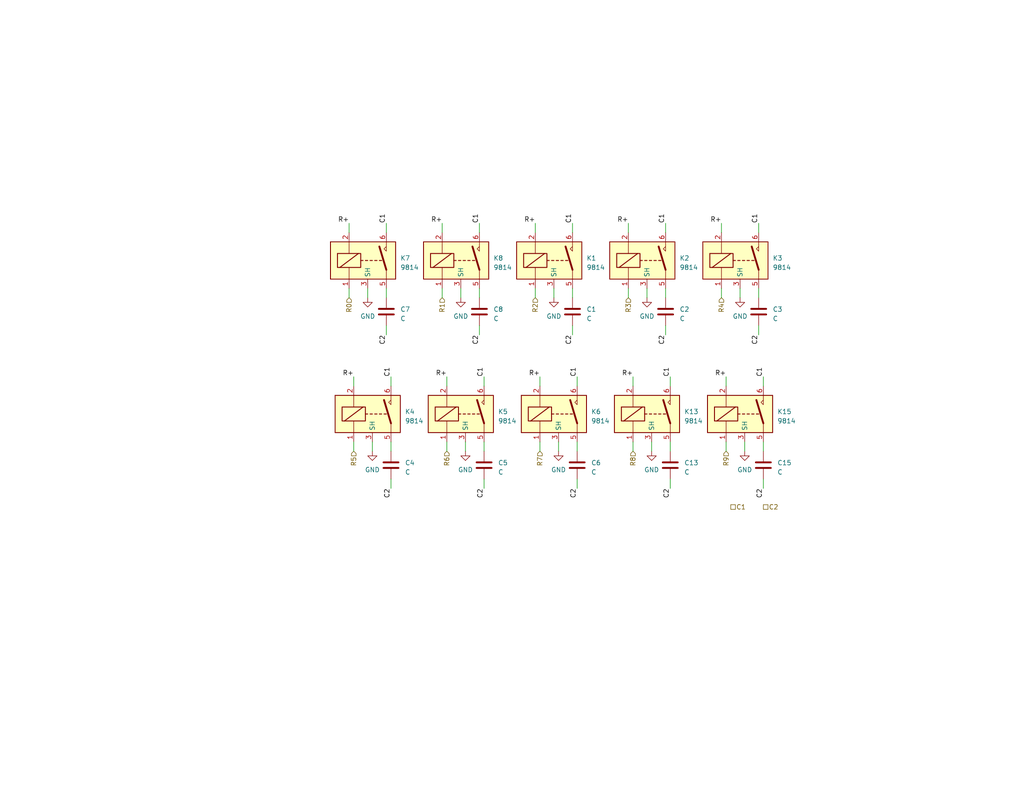
<source format=kicad_sch>
(kicad_sch (version 20230121) (generator eeschema)
  (paper "USLetter")
  (title_block (title "Magic Tuner") (date "2024-05-17") (rev "1") (company "Micro/NanoFluidics BioMEMS Group") (comment 1 "Designed by Hans Gaensbauer"))
  (lib_symbols
    (symbol "BioMEMS:9814-05-00TR"
      (property "Reference" "K" (at 8.89 3.81 0))
      (property "Value" "9814 " (at 8.89 1.27 0))
      (symbol "9814-05-00TR_0_0"
        (polyline (pts (xy 5.08 5.08) (xy 5.08 2.54) (xy 4.445 3.175) (xy 5.08 3.81)))
      )
      (symbol "9814-05-00TR_0_1"
        (rectangle (start -10.16 5.08) (end 7.62 -5.08) (stroke (width 0.254)) (fill (type background)))
        (rectangle (start -8.255 1.905) (end -1.905 -1.905) (stroke (width 0.254)))
        (polyline (pts (xy -7.62 -1.905) (xy -2.54 1.905)) (stroke (width 0.254)))
        (polyline (pts (xy -5.08 -5.08) (xy -5.08 -1.905)))
        (polyline (pts (xy -5.08 5.08) (xy -5.08 1.905)))
        (polyline (pts (xy -1.905 0) (xy -1.27 0)) (stroke (width 0.254)))
        (polyline (pts (xy -0.635 0) (xy 0 0)) (stroke (width 0.254)))
        (polyline (pts (xy 0.635 0) (xy 1.27 0)) (stroke (width 0.254)))
        (polyline (pts (xy 1.905 0) (xy 2.54 0)) (stroke (width 0.254)))
        (polyline (pts (xy 3.175 0) (xy 3.81 0)) (stroke (width 0.254)))
        (polyline (pts (xy 5.08 -2.54) (xy 3.175 3.81)) (stroke (width 0.508)))
        (polyline (pts (xy 5.08 -2.54) (xy 5.08 -5.08)))
      )
      (symbol "9814-05-00TR_1_1"
        (pin passive line (at -5.08 -7.62 90) (length 2.54) (name "~") (number "1"))
        (pin passive line (at -5.08 7.62 270) (length 2.54) (name "~") (number "2"))
        (pin passive line (at 0 -7.62 90) (length 2.54) (name "SH") (number "3"))
        (pin passive line (at 0 -7.62 0) (length 0) hide (name "~") (number "4"))
        (pin passive line (at 5.08 -7.62 90) (length 2.54) (name "~") (number "5"))
        (pin passive line (at 5.08 7.62 270) (length 2.54) (name "~") (number "6"))
        (pin passive line (at 0 -7.62 0) (length 0) hide (name "~") (number "7"))
        (pin passive line (at 0 -7.62 0) (length 0) hide (name "~") (number "8"))
      )
    )
    (symbol "Device:C" (pin_numbers hide) (pin_names (offset 0.254))
      (property "Reference" "C" (at 0.635 2.54 0))
      (property "Value" "C" (at 0.635 -2.54 0))
      (symbol "C_0_1"
        (polyline (pts (xy -2.032 -0.762) (xy 2.032 -0.762)) (stroke (width 0.508)))
        (polyline (pts (xy -2.032 0.762) (xy 2.032 0.762)) (stroke (width 0.508)))
      )
      (symbol "C_1_1"
        (pin passive line (at 0 3.81 270) (length 2.794) (name "~") (number "1"))
        (pin passive line (at 0 -3.81 90) (length 2.794) (name "~") (number "2"))
      )
    )
    (symbol "power:GND" (power) (pin_names (offset 0))
      (property "Value" "GND" (at 0 -3.81 0))
      (symbol "GND_0_1"
        (polyline (pts (xy 0 0) (xy 0 -1.27) (xy 1.27 -1.27) (xy 0 -2.54) (xy -1.27 -1.27) (xy 0 -1.27)))
      )
      (symbol "GND_1_1"
        (pin power_in line (at 0 0 270) (length 0) hide (name "GND") (number "1"))
      )
    )
  )
  (wire (pts (xy 181.61 78.74) (xy 181.61 81.28)))
  (wire (pts (xy 121.92 120.65) (xy 121.92 123.19)))
  (wire (pts (xy 203.2 120.65) (xy 203.2 123.19)))
  (wire (pts (xy 156.21 60.96) (xy 156.21 63.5)))
  (wire (pts (xy 132.08 133.35) (xy 132.08 130.81)))
  (wire (pts (xy 156.21 91.44) (xy 156.21 88.9)))
  (wire (pts (xy 207.01 78.74) (xy 207.01 81.28)))
  (wire (pts (xy 106.68 120.65) (xy 106.68 123.19)))
  (wire (pts (xy 157.48 120.65) (xy 157.48 123.19)))
  (wire (pts (xy 208.28 102.87) (xy 208.28 105.41)))
  (wire (pts (xy 207.01 91.44) (xy 207.01 88.9)))
  (wire (pts (xy 181.61 60.96) (xy 181.61 63.5)))
  (wire (pts (xy 207.01 60.96) (xy 207.01 63.5)))
  (wire (pts (xy 147.32 102.87) (xy 147.32 105.41)))
  (wire (pts (xy 201.93 78.74) (xy 201.93 81.28)))
  (wire (pts (xy 157.48 102.87) (xy 157.48 105.41)))
  (wire (pts (xy 198.12 120.65) (xy 198.12 123.19)))
  (wire (pts (xy 177.8 120.65) (xy 177.8 123.19)))
  (wire (pts (xy 176.53 78.74) (xy 176.53 81.28)))
  (wire (pts (xy 105.41 60.96) (xy 105.41 63.5)))
  (wire (pts (xy 182.88 133.35) (xy 182.88 130.81)))
  (wire (pts (xy 208.28 120.65) (xy 208.28 123.19)))
  (wire (pts (xy 127 120.65) (xy 127 123.19)))
  (wire (pts (xy 96.52 120.65) (xy 96.52 123.19)))
  (wire (pts (xy 146.05 78.74) (xy 146.05 81.28)))
  (wire (pts (xy 121.92 102.87) (xy 121.92 105.41)))
  (wire (pts (xy 105.41 91.44) (xy 105.41 88.9)))
  (wire (pts (xy 157.48 133.35) (xy 157.48 130.81)))
  (wire (pts (xy 100.33 78.74) (xy 100.33 81.28)))
  (wire (pts (xy 101.6 120.65) (xy 101.6 123.19)))
  (wire (pts (xy 130.81 91.44) (xy 130.81 88.9)))
  (wire (pts (xy 146.05 60.96) (xy 146.05 63.5)))
  (wire (pts (xy 130.81 60.96) (xy 130.81 63.5)))
  (wire (pts (xy 130.81 78.74) (xy 130.81 81.28)))
  (wire (pts (xy 172.72 120.65) (xy 172.72 123.19)))
  (wire (pts (xy 147.32 120.65) (xy 147.32 123.19)))
  (wire (pts (xy 120.65 60.96) (xy 120.65 63.5)))
  (wire (pts (xy 96.52 102.87) (xy 96.52 105.41)))
  (wire (pts (xy 105.41 78.74) (xy 105.41 81.28)))
  (wire (pts (xy 151.13 78.74) (xy 151.13 81.28)))
  (wire (pts (xy 182.88 120.65) (xy 182.88 123.19)))
  (wire (pts (xy 208.28 133.35) (xy 208.28 130.81)))
  (wire (pts (xy 132.08 120.65) (xy 132.08 123.19)))
  (wire (pts (xy 156.21 78.74) (xy 156.21 81.28)))
  (wire (pts (xy 95.25 78.74) (xy 95.25 81.28)))
  (wire (pts (xy 120.65 78.74) (xy 120.65 81.28)))
  (wire (pts (xy 172.72 102.87) (xy 172.72 105.41)))
  (wire (pts (xy 198.12 102.87) (xy 198.12 105.41)))
  (wire (pts (xy 181.61 91.44) (xy 181.61 88.9)))
  (wire (pts (xy 171.45 78.74) (xy 171.45 81.28)))
  (wire (pts (xy 182.88 102.87) (xy 182.88 105.41)))
  (wire (pts (xy 152.4 120.65) (xy 152.4 123.19)))
  (wire (pts (xy 171.45 60.96) (xy 171.45 63.5)))
  (wire (pts (xy 95.25 60.96) (xy 95.25 63.5)))
  (wire (pts (xy 125.73 78.74) (xy 125.73 81.28)))
  (wire (pts (xy 196.85 60.96) (xy 196.85 63.5)))
  (wire (pts (xy 106.68 133.35) (xy 106.68 130.81)))
  (wire (pts (xy 196.85 78.74) (xy 196.85 81.28)))
  (wire (pts (xy 132.08 102.87) (xy 132.08 105.41)))
  (wire (pts (xy 106.68 102.87) (xy 106.68 105.41)))
  (label "R+" (at 95.25 60.96 180))
  (label "R+" (at 120.65 60.96 180))
  (label "R+" (at 147.32 102.87 180))
  (label "C2" (at 156.21 91.44 270))
  (label "C1" (at 105.41 60.96 90))
  (label "C1" (at 182.88 102.87 90))
  (label "R+" (at 196.85 60.96 180))
  (label "C1" (at 106.68 102.87 90))
  (label "C2" (at 157.48 133.35 270))
  (label "R+" (at 146.05 60.96 180))
  (label "C2" (at 130.81 91.44 270))
  (label "C1" (at 207.01 60.96 90))
  (label "C1" (at 130.81 60.96 90))
  (label "C2" (at 207.01 91.44 270))
  (label "C1" (at 181.61 60.96 90))
  (label "R+" (at 172.72 102.87 180))
  (label "C1" (at 132.08 102.87 90))
  (label "C1" (at 208.28 102.87 90))
  (label "C2" (at 106.68 133.35 270))
  (label "C2" (at 181.61 91.44 270))
  (label "C2" (at 182.88 133.35 270))
  (label "C2" (at 208.28 133.35 270))
  (label "C1" (at 157.48 102.87 90))
  (label "R+" (at 198.12 102.87 180))
  (label "R+" (at 96.52 102.87 180))
  (label "R+" (at 121.92 102.87 180))
  (label "C1" (at 156.21 60.96 90))
  (label "C2" (at 132.08 133.35 270))
  (label "R+" (at 171.45 60.96 180))
  (label "C2" (at 105.41 91.44 270))
  (hierarchical_label "R8" (shape input) (at 172.72 123.19 270))
  (hierarchical_label "R7" (shape input) (at 147.32 123.19 270))
  (hierarchical_label "R2" (shape input) (at 146.05 81.28 270))
  (hierarchical_label "R9" (shape input) (at 198.12 123.19 270))
  (hierarchical_label "R0" (shape input) (at 95.25 81.28 270))
  (hierarchical_label "C1" (shape passive) (at 199.39 138.43 0))
  (hierarchical_label "R5" (shape input) (at 96.52 123.19 270))
  (hierarchical_label "R1" (shape input) (at 120.65 81.28 270))
  (hierarchical_label "R4" (shape input) (at 196.85 81.28 270))
  (hierarchical_label "C2" (shape passive) (at 208.28 138.43 0))
  (hierarchical_label "R6" (shape input) (at 121.92 123.19 270))
  (hierarchical_label "R3" (shape input) (at 171.45 81.28 270))
  (symbol (lib_id "Device:C") (at 181.61 85.09 0) (unit 1)
    (property "Reference" "C2" (at 185.42 84.455 0) (effects (justify left)))
    (property "Value" "C" (at 185.42 86.995 0) (effects (justify left)))
    (instances (project "magic-tuner" (path "" (reference "C2") (unit 1)) (path "" (reference "C12") (unit 1))))
  )
  (symbol (lib_id "BioMEMS:9814-05-00TR") (at 100.33 71.12 0) (unit 1)
    (property "Reference" "K7" (at 109.22 70.485 0) (effects (justify left)))
    (property "Value" "9814 " (at 109.22 73.025 0) (effects (justify left)))
    (property "Footprint" "BioMEMS:9814_Reed_Relay" (effects hide))
    (property "Datasheet" "https://cotorelay.com/product/9814-9852-surface-mount-reed-relays/" (effects hide))
    (instances (project "magic-tuner" (path "" (reference "K7") (unit 1)) (path "" (reference "K9") (unit 1))))
  )
  (symbol (lib_id "BioMEMS:9814-05-00TR") (at 177.8 113.03 0) (unit 1)
    (property "Reference" "K13" (at 186.69 112.395 0) (effects (justify left)))
    (property "Value" "9814 " (at 186.69 114.935 0) (effects (justify left)))
    (property "Footprint" "BioMEMS:9814_Reed_Relay" (effects hide))
    (property "Datasheet" "https://cotorelay.com/product/9814-9852-surface-mount-reed-relays/" (effects hide))
    (instances (project "magic-tuner" (path "" (reference "K13") (unit 1)) (path "" (reference "K19") (unit 1))))
  )
  (symbol (lib_id "BioMEMS:9814-05-00TR") (at 151.13 71.12 0) (unit 1)
    (property "Reference" "K1" (at 160.02 70.485 0) (effects (justify left)))
    (property "Value" "9814 " (at 160.02 73.025 0) (effects (justify left)))
    (property "Footprint" "BioMEMS:9814_Reed_Relay" (effects hide))
    (property "Datasheet" "https://cotorelay.com/product/9814-9852-surface-mount-reed-relays/" (effects hide))
    (instances (project "magic-tuner" (path "" (reference "K1") (unit 1)) (path "" (reference "K11") (unit 1))))
  )
  (symbol (lib_id "power:GND") (at 101.6 123.19 0) (unit 1)
    (property "Reference" "#PWR09" (effects hide))
    (property "Value" "GND" (at 101.6 128.27 0))
    (instances (project "magic-tuner" (path "" (reference "#PWR09") (unit 1)) (path "" (reference "#PWR021") (unit 1))))
  )
  (symbol (lib_id "power:GND") (at 100.33 81.28 0) (unit 1)
    (property "Reference" "#PWR012" (effects hide))
    (property "Value" "GND" (at 100.33 86.36 0))
    (instances (project "magic-tuner" (path "" (reference "#PWR012") (unit 1)) (path "" (reference "#PWR014") (unit 1))))
  )
  (symbol (lib_id "Device:C") (at 207.01 85.09 0) (unit 1)
    (property "Reference" "C3" (at 210.82 84.455 0) (effects (justify left)))
    (property "Value" "C" (at 210.82 86.995 0) (effects (justify left)))
    (instances (project "magic-tuner" (path "" (reference "C3") (unit 1)) (path "" (reference "C14") (unit 1))))
  )
  (symbol (lib_id "Device:C") (at 132.08 127 0) (unit 1)
    (property "Reference" "C5" (at 135.89 126.365 0) (effects (justify left)))
    (property "Value" "C" (at 135.89 128.905 0) (effects (justify left)))
    (instances (project "magic-tuner" (path "" (reference "C5") (unit 1)) (path "" (reference "C17") (unit 1))))
  )
  (symbol (lib_id "power:GND") (at 152.4 123.19 0) (unit 1)
    (property "Reference" "#PWR011" (effects hide))
    (property "Value" "GND" (at 152.4 128.27 0))
    (instances (project "magic-tuner" (path "" (reference "#PWR011") (unit 1)) (path "" (reference "#PWR023") (unit 1))))
  )
  (symbol (lib_id "power:GND") (at 203.2 123.19 0) (unit 1)
    (property "Reference" "#PWR020" (effects hide))
    (property "Value" "GND" (at 203.2 128.27 0))
    (instances (project "magic-tuner" (path "" (reference "#PWR020") (unit 1)) (path "" (reference "#PWR025") (unit 1))))
  )
  (symbol (lib_id "power:GND") (at 127 123.19 0) (unit 1)
    (property "Reference" "#PWR010" (effects hide))
    (property "Value" "GND" (at 127 128.27 0))
    (instances (project "magic-tuner" (path "" (reference "#PWR010") (unit 1)) (path "" (reference "#PWR022") (unit 1))))
  )
  (symbol (lib_id "Device:C") (at 182.88 127 0) (unit 1)
    (property "Reference" "C13" (at 186.69 126.365 0) (effects (justify left)))
    (property "Value" "C" (at 186.69 128.905 0) (effects (justify left)))
    (instances (project "magic-tuner" (path "" (reference "C13") (unit 1)) (path "" (reference "C19") (unit 1))))
  )
  (symbol (lib_id "power:GND") (at 177.8 123.19 0) (unit 1)
    (property "Reference" "#PWR018" (effects hide))
    (property "Value" "GND" (at 177.8 128.27 0))
    (instances (project "magic-tuner" (path "" (reference "#PWR018") (unit 1)) (path "" (reference "#PWR024") (unit 1))))
  )
  (symbol (lib_id "Device:C") (at 106.68 127 0) (unit 1)
    (property "Reference" "C4" (at 110.49 126.365 0) (effects (justify left)))
    (property "Value" "C" (at 110.49 128.905 0) (effects (justify left)))
    (instances (project "magic-tuner" (path "" (reference "C4") (unit 1)) (path "" (reference "C16") (unit 1))))
  )
  (symbol (lib_id "Device:C") (at 105.41 85.09 0) (unit 1)
    (property "Reference" "C7" (at 109.22 84.455 0) (effects (justify left)))
    (property "Value" "C" (at 109.22 86.995 0) (effects (justify left)))
    (instances (project "magic-tuner" (path "" (reference "C7") (unit 1)) (path "" (reference "C9") (unit 1))))
  )
  (symbol (lib_id "Device:C") (at 157.48 127 0) (unit 1)
    (property "Reference" "C6" (at 161.29 126.365 0) (effects (justify left)))
    (property "Value" "C" (at 161.29 128.905 0) (effects (justify left)))
    (instances (project "magic-tuner" (path "" (reference "C6") (unit 1)) (path "" (reference "C18") (unit 1))))
  )
  (symbol (lib_id "BioMEMS:9814-05-00TR") (at 101.6 113.03 0) (unit 1)
    (property "Reference" "K4" (at 110.49 112.395 0) (effects (justify left)))
    (property "Value" "9814 " (at 110.49 114.935 0) (effects (justify left)))
    (property "Footprint" "BioMEMS:9814_Reed_Relay" (effects hide))
    (property "Datasheet" "https://cotorelay.com/product/9814-9852-surface-mount-reed-relays/" (effects hide))
    (instances (project "magic-tuner" (path "" (reference "K4") (unit 1)) (path "" (reference "K16") (unit 1))))
  )
  (symbol (lib_id "BioMEMS:9814-05-00TR") (at 127 113.03 0) (unit 1)
    (property "Reference" "K5" (at 135.89 112.395 0) (effects (justify left)))
    (property "Value" "9814 " (at 135.89 114.935 0) (effects (justify left)))
    (property "Footprint" "BioMEMS:9814_Reed_Relay" (effects hide))
    (property "Datasheet" "https://cotorelay.com/product/9814-9852-surface-mount-reed-relays/" (effects hide))
    (instances (project "magic-tuner" (path "" (reference "K5") (unit 1)) (path "" (reference "K17") (unit 1))))
  )
  (symbol (lib_id "BioMEMS:9814-05-00TR") (at 125.73 71.12 0) (unit 1)
    (property "Reference" "K8" (at 134.62 70.485 0) (effects (justify left)))
    (property "Value" "9814 " (at 134.62 73.025 0) (effects (justify left)))
    (property "Footprint" "BioMEMS:9814_Reed_Relay" (effects hide))
    (property "Datasheet" "https://cotorelay.com/product/9814-9852-surface-mount-reed-relays/" (effects hide))
    (instances (project "magic-tuner" (path "" (reference "K8") (unit 1)) (path "" (reference "K10") (unit 1))))
  )
  (symbol (lib_id "power:GND") (at 201.93 81.28 0) (unit 1)
    (property "Reference" "#PWR08" (effects hide))
    (property "Value" "GND" (at 201.93 86.36 0))
    (instances (project "magic-tuner" (path "" (reference "#PWR08") (unit 1)) (path "" (reference "#PWR019") (unit 1))))
  )
  (symbol (lib_id "BioMEMS:9814-05-00TR") (at 203.2 113.03 0) (unit 1)
    (property "Reference" "K15" (at 212.09 112.395 0) (effects (justify left)))
    (property "Value" "9814 " (at 212.09 114.935 0) (effects (justify left)))
    (property "Footprint" "BioMEMS:9814_Reed_Relay" (effects hide))
    (property "Datasheet" "https://cotorelay.com/product/9814-9852-surface-mount-reed-relays/" (effects hide))
    (instances (project "magic-tuner" (path "" (reference "K15") (unit 1)) (path "" (reference "K20") (unit 1))))
  )
  (symbol (lib_id "Device:C") (at 130.81 85.09 0) (unit 1)
    (property "Reference" "C8" (at 134.62 84.455 0) (effects (justify left)))
    (property "Value" "C" (at 134.62 86.995 0) (effects (justify left)))
    (instances (project "magic-tuner" (path "" (reference "C8") (unit 1)) (path "" (reference "C10") (unit 1))))
  )
  (symbol (lib_id "power:GND") (at 125.73 81.28 0) (unit 1)
    (property "Reference" "#PWR013" (effects hide))
    (property "Value" "GND" (at 125.73 86.36 0))
    (instances (project "magic-tuner" (path "" (reference "#PWR013") (unit 1)) (path "" (reference "#PWR015") (unit 1))))
  )
  (symbol (lib_id "power:GND") (at 176.53 81.28 0) (unit 1)
    (property "Reference" "#PWR07" (effects hide))
    (property "Value" "GND" (at 176.53 86.36 0))
    (instances (project "magic-tuner" (path "" (reference "#PWR07") (unit 1)) (path "" (reference "#PWR017") (unit 1))))
  )
  (symbol (lib_id "BioMEMS:9814-05-00TR") (at 152.4 113.03 0) (unit 1)
    (property "Reference" "K6" (at 161.29 112.395 0) (effects (justify left)))
    (property "Value" "9814 " (at 161.29 114.935 0) (effects (justify left)))
    (property "Footprint" "BioMEMS:9814_Reed_Relay" (effects hide))
    (property "Datasheet" "https://cotorelay.com/product/9814-9852-surface-mount-reed-relays/" (effects hide))
    (instances (project "magic-tuner" (path "" (reference "K6") (unit 1)) (path "" (reference "K18") (unit 1))))
  )
  (symbol (lib_id "power:GND") (at 151.13 81.28 0) (unit 1)
    (property "Reference" "#PWR06" (effects hide))
    (property "Value" "GND" (at 151.13 86.36 0))
    (instances (project "magic-tuner" (path "" (reference "#PWR06") (unit 1)) (path "" (reference "#PWR016") (unit 1))))
  )
  (symbol (lib_id "Device:C") (at 156.21 85.09 0) (unit 1)
    (property "Reference" "C1" (at 160.02 84.455 0) (effects (justify left)))
    (property "Value" "C" (at 160.02 86.995 0) (effects (justify left)))
    (instances (project "magic-tuner" (path "" (reference "C1") (unit 1)) (path "" (reference "C11") (unit 1))))
  )
  (symbol (lib_id "BioMEMS:9814-05-00TR") (at 201.93 71.12 0) (unit 1)
    (property "Reference" "K3" (at 210.82 70.485 0) (effects (justify left)))
    (property "Value" "9814 " (at 210.82 73.025 0) (effects (justify left)))
    (property "Footprint" "BioMEMS:9814_Reed_Relay" (effects hide))
    (property "Datasheet" "https://cotorelay.com/product/9814-9852-surface-mount-reed-relays/" (effects hide))
    (instances (project "magic-tuner" (path "" (reference "K3") (unit 1)) (path "" (reference "K14") (unit 1))))
  )
  (symbol (lib_id "Device:C") (at 208.28 127 0) (unit 1)
    (property "Reference" "C15" (at 212.09 126.365 0) (effects (justify left)))
    (property "Value" "C" (at 212.09 128.905 0) (effects (justify left)))
    (instances (project "magic-tuner" (path "" (reference "C15") (unit 1)) (path "" (reference "C20") (unit 1))))
  )
  (symbol (lib_id "BioMEMS:9814-05-00TR") (at 176.53 71.12 0) (unit 1)
    (property "Reference" "K2" (at 185.42 70.485 0) (effects (justify left)))
    (property "Value" "9814 " (at 185.42 73.025 0) (effects (justify left)))
    (property "Footprint" "BioMEMS:9814_Reed_Relay" (effects hide))
    (property "Datasheet" "https://cotorelay.com/product/9814-9852-surface-mount-reed-relays/" (effects hide))
    (instances (project "magic-tuner" (path "" (reference "K2") (unit 1)) (path "" (reference "K12") (unit 1))))
  )
)
</source>
